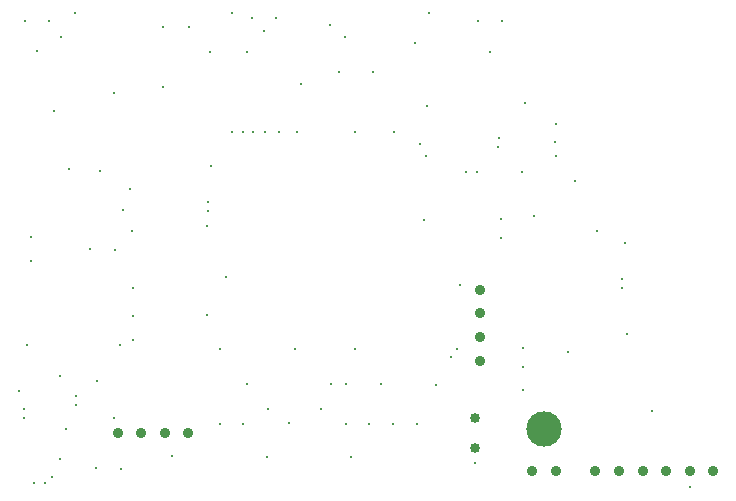
<source format=gbr>
%TF.GenerationSoftware,Altium Limited,Altium Designer,21.9.2 (33)*%
G04 Layer_Color=0*
%FSLAX45Y45*%
%MOMM*%
%TF.SameCoordinates,8C9FB855-A7A5-4AEE-82B0-D85B10D48A85*%
%TF.FilePolarity,Positive*%
%TF.FileFunction,Plated,1,2,PTH,Drill*%
%TF.Part,Single*%
G01*
G75*
%TA.AperFunction,ComponentDrill*%
%ADD101C,0.90000*%
%ADD102C,0.90000*%
%ADD103C,0.85000*%
%TA.AperFunction,ViaDrill,NotFilled*%
%ADD104C,0.30000*%
%ADD105C,3.00000*%
D101*
X15608299Y7512101D02*
D03*
Y7712100D02*
D03*
Y7912100D02*
D03*
Y8112100D02*
D03*
D102*
X12541301Y6896100D02*
D03*
X12741300D02*
D03*
X12941299D02*
D03*
X13141299D02*
D03*
X16586302Y6578600D02*
D03*
X16786301D02*
D03*
X16986301D02*
D03*
X17186301D02*
D03*
X17386301D02*
D03*
X17586301D02*
D03*
X16052800D02*
D03*
X16252800D02*
D03*
D103*
X15570200Y6773098D02*
D03*
Y7023100D02*
D03*
D104*
X16598900Y8610600D02*
D03*
X16414809Y9028987D02*
D03*
X15963901Y9105900D02*
D03*
X16256000Y9245600D02*
D03*
X13335001Y9156700D02*
D03*
X12509500Y9779000D02*
D03*
X12052300Y7378700D02*
D03*
X11709400Y7251700D02*
D03*
X11861800Y10134600D02*
D03*
X14097000Y9855200D02*
D03*
X12389933Y9113355D02*
D03*
X15773399Y9398000D02*
D03*
X13995399Y6985000D02*
D03*
X17068800Y7086600D02*
D03*
X12674600Y7683500D02*
D03*
X12928600Y10337800D02*
D03*
X14058900Y9448800D02*
D03*
X14554201D02*
D03*
X15760699Y9321800D02*
D03*
X15100301Y9347200D02*
D03*
X15138400Y8699500D02*
D03*
X15443201Y8153400D02*
D03*
X14554201Y7607300D02*
D03*
X14046201D02*
D03*
X13411200D02*
D03*
X13296899Y7899400D02*
D03*
Y8648700D02*
D03*
X14350999Y7315200D02*
D03*
X14770100D02*
D03*
X15239999Y7302500D02*
D03*
X15786099Y8547100D02*
D03*
Y8712200D02*
D03*
X12065000Y10248900D02*
D03*
X15367000Y7543800D02*
D03*
X15417799Y7607300D02*
D03*
X13601700Y9448800D02*
D03*
X13512801D02*
D03*
X16357600Y7581900D02*
D03*
X13309599Y8775700D02*
D03*
Y8851900D02*
D03*
X12357100Y6604000D02*
D03*
X13792200Y9448800D02*
D03*
X13690601D02*
D03*
X13462000Y8216900D02*
D03*
X13906500Y9448800D02*
D03*
X14884399D02*
D03*
X15163800Y9664700D02*
D03*
X15151100Y9245600D02*
D03*
X17386301Y6438900D02*
D03*
X14706599Y9956800D02*
D03*
X14414500D02*
D03*
X15798801Y10388600D02*
D03*
X15595599D02*
D03*
X15697200Y10121900D02*
D03*
X11964346Y10385874D02*
D03*
X11760200Y10388600D02*
D03*
X13881100Y10414000D02*
D03*
X13677901D02*
D03*
X13779500Y10299700D02*
D03*
X13639799Y10121900D02*
D03*
X13322301D02*
D03*
X13144501Y10337800D02*
D03*
X13639799Y7315200D02*
D03*
X15062199Y10198100D02*
D03*
X14338300Y10350500D02*
D03*
X14478000Y7315200D02*
D03*
X14465300Y10248900D02*
D03*
X12128500Y9131300D02*
D03*
X12928600Y9829800D02*
D03*
X15570200Y6642100D02*
D03*
X15176500Y10452100D02*
D03*
X13512801D02*
D03*
X12179300D02*
D03*
X16065500Y8737600D02*
D03*
X16256000Y9512300D02*
D03*
X12001500Y9626600D02*
D03*
X12661900Y8610600D02*
D03*
X12585700Y8788400D02*
D03*
X12649200Y8966200D02*
D03*
X11811000Y8559800D02*
D03*
Y8356600D02*
D03*
X12306300Y8458200D02*
D03*
X12522200Y8445500D02*
D03*
X12674600Y8128000D02*
D03*
Y7886700D02*
D03*
X11772900Y7645400D02*
D03*
X12560300D02*
D03*
X12369800Y7340600D02*
D03*
X15074899Y6972300D02*
D03*
X14871700D02*
D03*
X14668500D02*
D03*
X14478000D02*
D03*
X14262100Y7099300D02*
D03*
X13817599D02*
D03*
X13601700Y6972300D02*
D03*
X13411200D02*
D03*
X12103100Y6934200D02*
D03*
X11747500Y7099300D02*
D03*
Y7023100D02*
D03*
X13804900Y6692900D02*
D03*
X13004800Y6705600D02*
D03*
X12509500Y7023100D02*
D03*
X14516100Y6692900D02*
D03*
X12192000Y7137400D02*
D03*
Y7213600D02*
D03*
X11925300Y6477000D02*
D03*
X11988800Y6527800D02*
D03*
X11836400Y6477000D02*
D03*
X12573000Y6591300D02*
D03*
X12052300Y6680200D02*
D03*
X15976601Y7264400D02*
D03*
Y7454900D02*
D03*
Y7620000D02*
D03*
X16854369Y7735768D02*
D03*
X16840199Y8509000D02*
D03*
X16243300Y9359900D02*
D03*
X16814799Y8128000D02*
D03*
Y8204200D02*
D03*
X15582899Y9105900D02*
D03*
X15494000D02*
D03*
X15989301Y9690100D02*
D03*
D105*
X16154401Y6934200D02*
D03*
%TF.MD5,3463462254169c314f61a3876a5df621*%
M02*

</source>
